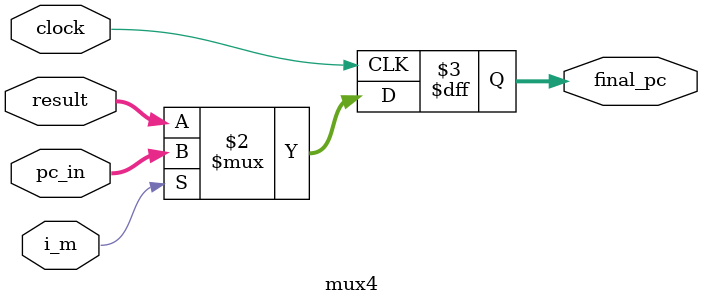
<source format=v>
`timescale 1ns / 1ps


module main_proc(clock,i_m,mem_enable,count,pc_in);

input clock,mem_enable;
wire [31:0]pc_out;
output [3:0]count;
wire [31:0]instr,result;
input i_m;
wire [2:0] mem_alu;

wire [31:0]rd1,rd2,imm_i,imm_s,shmt_i,imm_u,alu_B,imm_b,imm_j;
wire B_INV,CIN;
wire [1:0]m,s,shift,sel;
wire [3:0]alu_op;
wire reg_wr,reg_rd;
wire [31:0]rd;
input [31:0]pc_in;
wire [31:0] final_pc;
wire [1:0]pc1;
wire pc2;
wire [31:0]JLR,data_mem;
wire final_rd;
wire [31:0] out1;
wire [1:0]alu_src;
/////////////////pc_in, mem_enable,clock is provided by the testbench/////////////////////

 main_controller A2(instr,clock,alu_op,pc1,pc2,wr_rd,i_m,reg_wr,reg_rd,mem_alu,alu_src,final_rd);
 
instr_mem A3(final_pc,clock,mem_enable,instr);

register_file AX(instr,rd,reg_wr,reg_rd,clock,rd1,rd2);

 mux2 M2(clock,alu_src,imm_i,imm_s,shmt_i,rd2, alu_B);
 
 mux1 M1(final_rd,out1,data_mem,rd);
 
 data_memory A8 (result,clock,wr_rd,i_m,rd2,data_mem);
 
mux3 M3( mem_alu,clock, pc_in,imm_u,result, out1);

 alu_control A4(B_INV,shift,sel,CIN,m,s,clock,alu_op);
 
 ALU A5(rd1,alu_B,CIN,B_INV,clock,s,m,shift,sel,result,comp,JLR,count);  ///////////here result is alu result
 
 imm_gen A6(instr,imm_i,imm_u,imm_s,imm_b,imm_j,shmt_i,clock);
 
pc_generation A7(pc_in,pc_out,pc1,pc2,JLR,clock);
mux4 M4(result, final_pc, i_m,clock, pc_in);

endmodule



module mux1 (final_rd,out1,data_mem,rd);

input final_rd;
input [31:0]out1, data_mem;
output [31:0]rd;

assign rd = final_rd ? out1 : data_mem;

endmodule

module mux2 (clock,alusrc,imm_i,imm_s,shmt_i,rd2, alu_B);

input [1:0]alusrc;
input [31:0]imm_i,imm_s,shmt_i;
input [31:0]rd2;
output reg [31:0]alu_B;
input clock;

always@(posedge clock)
begin
case (alusrc)

2'd0: alu_B = rd2;

2'd1: alu_B = imm_i;

2'd2: alu_B = imm_s;

2'd3: alu_B = shmt_i;

default:
alu_B = 32'bz;

endcase
end
endmodule


module mux3 ( mem_alu,clock, pc_in,imm_u,result, out1 );
output reg [31:0] out1;
input [2:0]mem_alu;
input [31:0] imm_u,pc_in;
input clock;
wire [31:0]x1,x2;
input [31:0]result;

adder32 A1(1'b0,pc_in,32'd4,x1,carryout); 
adder32 A2(1'b0,pc_in,imm_u,x2,carryout);

always @(posedge clock)
begin
case(mem_alu)

3'd0: out1 = x1;
3'd1: out1 = x2;
3'd2: out1 = imm_u;
3'd3: out1 = result;

default:
out1 = 32'bz;
endcase
end 


endmodule


module mux4 (result, final_pc, i_m,clock, pc_in);
input [31:0] result,pc_in;
output reg [31:0]final_pc;
input i_m;
input clock;


always@(posedge clock)
final_pc = i_m ?  pc_in : result ;


endmodule

</source>
